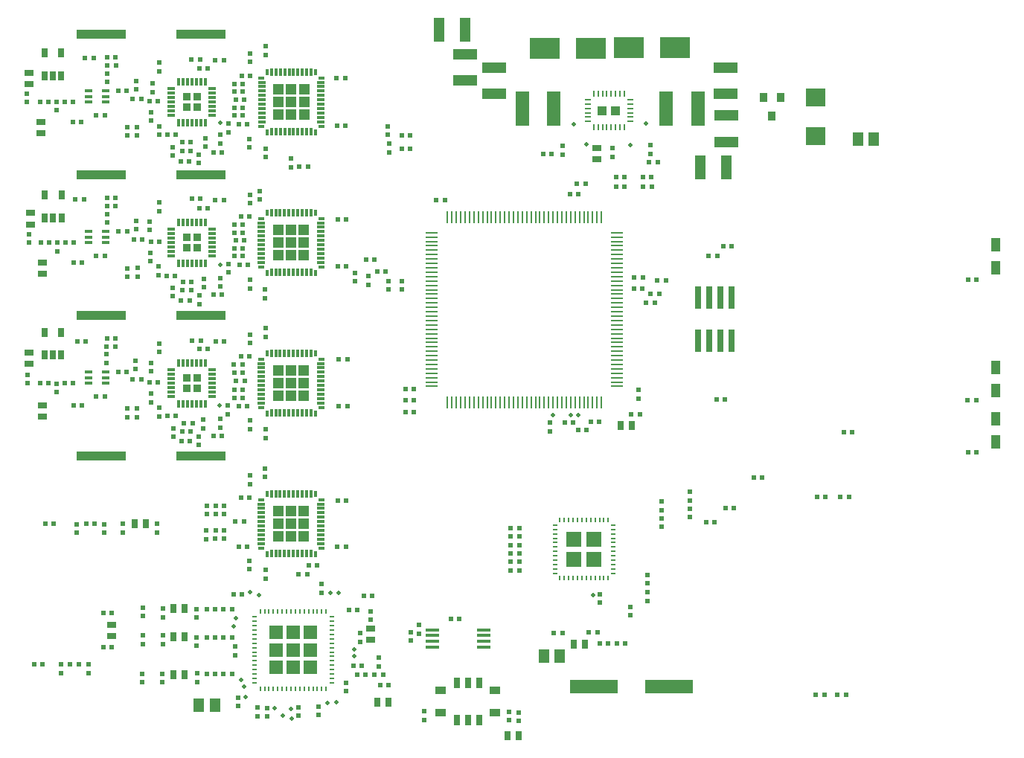
<source format=gbr>
G04 #@! TF.FileFunction,Paste,Top*
%FSLAX46Y46*%
G04 Gerber Fmt 4.6, Leading zero omitted, Abs format (unit mm)*
G04 Created by KiCad (PCBNEW 4.0.5) date Wed Apr  5 01:36:33 2017*
%MOMM*%
%LPD*%
G01*
G04 APERTURE LIST*
%ADD10C,0.100000*%
%ADD11R,5.590000X1.020000*%
%ADD12R,0.558800X0.508000*%
%ADD13R,0.508000X0.558800*%
%ADD14R,1.300000X1.500000*%
%ADD15R,3.349752X2.450084*%
%ADD16R,1.000000X0.750000*%
%ADD17R,2.700000X1.300000*%
%ADD18R,1.300000X2.700000*%
%ADD19R,0.750000X1.000000*%
%ADD20R,1.500124X3.999992*%
%ADD21R,1.000000X1.500000*%
%ADD22R,0.762000X1.295400*%
%ADD23R,1.295400X0.939800*%
%ADD24R,0.863600X1.016000*%
%ADD25C,0.508000*%
%ADD26R,0.711200X2.540000*%
%ADD27R,1.449832X0.249936*%
%ADD28R,0.249936X1.449832*%
%ADD29R,1.499870X0.329946*%
%ADD30R,0.660000X1.000000*%
%ADD31R,5.500116X1.500124*%
%ADD32R,2.299716X2.100072*%
%ADD33R,0.889000X0.406400*%
%ADD34R,0.949706X0.299974*%
%ADD35R,0.299974X0.949706*%
%ADD36R,0.863600X0.863600*%
%ADD37R,0.599948X0.249936*%
%ADD38R,0.249936X0.599948*%
%ADD39R,1.524000X1.524000*%
%ADD40R,0.249936X0.700024*%
%ADD41R,0.700024X0.249936*%
%ADD42R,1.092200X1.092200*%
%ADD43R,1.651000X1.651000*%
%ADD44R,0.748030X0.299974*%
%ADD45R,0.849630X0.299974*%
%ADD46R,0.299974X0.748030*%
%ADD47R,0.299974X0.849630*%
%ADD48R,1.168400X1.168400*%
G04 APERTURE END LIST*
D10*
D11*
X14859000Y89281000D03*
X26162000Y89281000D03*
X14859000Y73279000D03*
X26162000Y73279000D03*
D12*
X27813000Y86258400D03*
X28778200Y86258400D03*
X15519400Y86614000D03*
X16484600Y86614000D03*
X7899400Y81534000D03*
X8864600Y81534000D03*
X15544800Y85674200D03*
X16510000Y85674200D03*
X16789400Y82804000D03*
X17754600Y82804000D03*
X20345400Y81661000D03*
X21310600Y81661000D03*
X26009600Y85344000D03*
X26974800Y85344000D03*
X29997400Y83591400D03*
X30962600Y83591400D03*
X29997400Y82702400D03*
X30962600Y82702400D03*
X29997400Y80899000D03*
X30962600Y80899000D03*
X29997400Y80010000D03*
X30962600Y80010000D03*
D13*
X25933400Y75539600D03*
X25933400Y74574400D03*
D12*
X24866600Y74803000D03*
X23901400Y74803000D03*
D13*
X22987000Y76377800D03*
X22987000Y75412600D03*
X18923000Y78695800D03*
X18923000Y77730600D03*
D12*
X23317200Y77825600D03*
X22352000Y77825600D03*
D13*
X21437600Y78790800D03*
X21437600Y77825600D03*
X29311600Y79070200D03*
X29311600Y78105000D03*
X21437600Y85039200D03*
X21437600Y86004400D03*
X20701000Y83642200D03*
X20701000Y82677000D03*
D12*
X25120600Y86334600D03*
X26085800Y86334600D03*
D13*
X26695400Y77393800D03*
X26695400Y76428600D03*
X20548600Y80365600D03*
X20548600Y79400400D03*
D12*
X10693400Y81534000D03*
X11658600Y81534000D03*
X31083000Y81788000D03*
X30117800Y81788000D03*
X31775400Y84505800D03*
X30810200Y84505800D03*
X31470600Y78994000D03*
X30505400Y78994000D03*
D13*
X33578800Y76250800D03*
X33578800Y75285600D03*
X31724600Y77343000D03*
X31724600Y76377800D03*
D12*
X41681400Y78867000D03*
X42646600Y78867000D03*
D13*
X31800800Y86080600D03*
X31800800Y87045800D03*
X33528000Y86893400D03*
X33528000Y87858600D03*
D12*
X41630600Y84251800D03*
X42595800Y84251800D03*
D13*
X28371800Y76835000D03*
X28371800Y77800200D03*
D12*
X31724600Y36474400D03*
X30759400Y36474400D03*
X31445200Y30937200D03*
X30480000Y30937200D03*
X31064200Y33756600D03*
X30099000Y33756600D03*
X44462190Y17373600D03*
X43496990Y17373600D03*
X44907200Y16357600D03*
X43942000Y16357600D03*
X47523400Y15189200D03*
X46558200Y15189200D03*
X29718000Y23825200D03*
X28752800Y23825200D03*
X29718000Y20574000D03*
X28752800Y20574000D03*
X29718000Y16433800D03*
X28752800Y16433800D03*
D14*
X27747800Y12852400D03*
X25947800Y12852400D03*
D13*
X30429200Y13766800D03*
X30429200Y12801600D03*
D12*
X43002200Y23698200D03*
X43967400Y23698200D03*
D13*
X30048200Y18567400D03*
X30048200Y19532600D03*
X33756600Y12573000D03*
X33756600Y11607800D03*
X32639000Y12598400D03*
X32639000Y11633200D03*
X37261800Y12630400D03*
X37261800Y11665200D03*
X39522400Y12750800D03*
X39522400Y11785600D03*
D12*
X30861000Y25476200D03*
X29895800Y25476200D03*
D13*
X39878000Y25704800D03*
X39878000Y26670000D03*
X42722800Y15417800D03*
X42722800Y14452600D03*
D12*
X27800300Y70332600D03*
X28765500Y70332600D03*
X15494000Y70637400D03*
X16459200Y70637400D03*
X7975600Y65532000D03*
X8940800Y65532000D03*
X15519400Y69672200D03*
X16484600Y69672200D03*
X16814800Y66776600D03*
X17780000Y66776600D03*
X20472400Y65608200D03*
X21437600Y65608200D03*
X26009600Y69418200D03*
X26974800Y69418200D03*
X29997400Y67564000D03*
X30962600Y67564000D03*
X29997400Y66675000D03*
X30962600Y66675000D03*
X29997400Y64897000D03*
X30962600Y64897000D03*
X29997400Y64008000D03*
X30962600Y64008000D03*
D13*
X25984200Y59512200D03*
X25984200Y58547000D03*
D12*
X24892000Y58928000D03*
X23926800Y58928000D03*
D13*
X22987000Y60375800D03*
X22987000Y59410600D03*
X18948400Y62636400D03*
X18948400Y61671200D03*
D12*
X23215600Y61722000D03*
X22250400Y61722000D03*
D13*
X21463000Y69113400D03*
X21463000Y70078600D03*
X29311600Y63093600D03*
X29311600Y62128400D03*
X20447000Y64363600D03*
X20447000Y63398400D03*
D12*
X25171400Y70510400D03*
X26136600Y70510400D03*
D13*
X26492200Y61417200D03*
X26492200Y60452000D03*
X20320000Y67919600D03*
X20320000Y66954400D03*
X21336000Y62814200D03*
X21336000Y61849000D03*
D12*
X10769600Y65532000D03*
X11734800Y65532000D03*
X31089600Y65786000D03*
X30124400Y65786000D03*
X31724600Y68503800D03*
X30759400Y68503800D03*
X31528000Y62960000D03*
X30562800Y62960000D03*
D13*
X33477200Y60198000D03*
X33477200Y59232800D03*
X31743400Y61296800D03*
X31743400Y60331600D03*
X31731200Y70021200D03*
X31731200Y70986400D03*
D12*
X41757600Y68173600D03*
X42722800Y68173600D03*
X41757600Y62839600D03*
X42722800Y62839600D03*
D13*
X32867600Y70434200D03*
X32867600Y71399400D03*
X28397200Y60528200D03*
X28397200Y61493400D03*
D12*
X27863800Y54279800D03*
X28829000Y54279800D03*
X15519400Y54635400D03*
X16484600Y54635400D03*
X7899400Y49504600D03*
X8864600Y49504600D03*
X15468600Y53721000D03*
X16433800Y53721000D03*
X16789400Y50850800D03*
X17754600Y50850800D03*
X20320000Y49606200D03*
X21285200Y49606200D03*
X26009600Y53416200D03*
X26974800Y53416200D03*
X29946600Y51638200D03*
X30911800Y51638200D03*
X29997400Y50698400D03*
X30962600Y50698400D03*
X29972000Y48818800D03*
X30937200Y48818800D03*
X29972000Y47853600D03*
X30937200Y47853600D03*
D13*
X25933400Y43459400D03*
X25933400Y42494200D03*
D12*
X24917400Y42900600D03*
X23952200Y42900600D03*
D13*
X23037800Y44373800D03*
X23037800Y43408600D03*
X18897600Y46634400D03*
X18897600Y45669200D03*
D12*
X23342600Y45796200D03*
X22377400Y45796200D03*
D13*
X21463000Y53060600D03*
X21463000Y54025800D03*
X20472400Y51841400D03*
X20472400Y50876200D03*
X26466800Y45364400D03*
X26466800Y44399200D03*
X20497800Y48336200D03*
X20497800Y47371000D03*
D12*
X25196800Y54381400D03*
X26162000Y54381400D03*
D13*
X29260800Y46964600D03*
X29260800Y45999400D03*
X21437600Y46736000D03*
X21437600Y45770800D03*
D12*
X10693400Y49504600D03*
X11658600Y49504600D03*
X31165800Y49758600D03*
X30200600Y49758600D03*
X31699200Y52552600D03*
X30734000Y52552600D03*
X31445200Y46939200D03*
X30480000Y46939200D03*
D13*
X31750000Y54089810D03*
X31750000Y55055010D03*
X31750000Y45288200D03*
X31750000Y44323000D03*
X33578800Y44272200D03*
X33578800Y43307000D03*
X33528000Y54813200D03*
X33528000Y55778400D03*
D12*
X41884600Y46888400D03*
X42849800Y46888400D03*
X41859200Y52247800D03*
X42824400Y52247800D03*
D13*
X28371800Y44500800D03*
X28371800Y45466000D03*
D12*
X27838400Y35610800D03*
X28803600Y35610800D03*
X27838400Y34645600D03*
X28803600Y34645600D03*
X27838400Y32766000D03*
X28803600Y32766000D03*
X27806400Y31826200D03*
X28771600Y31826200D03*
X72517000Y19913600D03*
X71551800Y19913600D03*
X73488800Y19939000D03*
X74454000Y19939000D03*
D15*
X70519544Y87680800D03*
X65319656Y87680800D03*
D16*
X71196200Y76316586D03*
X71196200Y75016586D03*
D17*
X59563000Y82471000D03*
X59563000Y85471000D03*
D15*
X74895456Y87706200D03*
X80095344Y87706200D03*
D17*
X85852000Y82472400D03*
X85852000Y85472400D03*
D13*
X31775400Y38042600D03*
X31775400Y39007800D03*
X33502600Y38836600D03*
X33502600Y39801800D03*
X31699200Y29305000D03*
X31699200Y28339800D03*
X33528000Y28263600D03*
X33528000Y27298400D03*
D12*
X41757600Y36195000D03*
X42722800Y36195000D03*
X41700200Y30886400D03*
X42665400Y30886400D03*
X68961000Y72237600D03*
X69926200Y72237600D03*
D13*
X36449000Y74117200D03*
X36449000Y75082400D03*
X47498000Y60172600D03*
X47498000Y61137800D03*
X19532600Y16440400D03*
X19532600Y15475200D03*
X19558000Y20796000D03*
X19558000Y19830800D03*
X19583400Y24003000D03*
X19583400Y23037800D03*
D18*
X85980400Y74117200D03*
X82980400Y74117200D03*
D13*
X44272200Y20098000D03*
X44272200Y21063200D03*
D16*
X45516800Y20305000D03*
X45516800Y21605000D03*
D14*
X67016200Y18491200D03*
X65216200Y18491200D03*
D13*
X71577200Y25527000D03*
X71577200Y24561800D03*
D12*
X37287200Y27762200D03*
X38252400Y27762200D03*
D13*
X61239400Y12122400D03*
X61239400Y11157200D03*
X25679400Y23799800D03*
X25679400Y22834600D03*
X21869400Y23876000D03*
X21869400Y22910800D03*
X25711400Y20618200D03*
X25711400Y19653000D03*
X21876000Y20796000D03*
X21876000Y19830800D03*
X25755600Y16484600D03*
X25755600Y15519400D03*
X21818600Y16433800D03*
X21818600Y15468600D03*
D18*
X56262400Y89763600D03*
X53262400Y89763600D03*
D13*
X17297400Y33502600D03*
X17297400Y32537400D03*
X21183600Y33502600D03*
X21183600Y32537400D03*
D12*
X16027400Y19456400D03*
X15062200Y19456400D03*
X16027400Y23393400D03*
X15062200Y23393400D03*
X11607800Y79248000D03*
X12573000Y79248000D03*
X13004800Y86512400D03*
X13970000Y86512400D03*
X11709400Y63246000D03*
X12674600Y63246000D03*
X11887200Y70485000D03*
X12852400Y70485000D03*
X11709400Y46990000D03*
X12674600Y46990000D03*
X12109200Y54305200D03*
X13074400Y54305200D03*
X89071200Y38760400D03*
X90036400Y38760400D03*
X99339400Y43942000D03*
X100304600Y43942000D03*
X97110800Y14097000D03*
X96145600Y14097000D03*
X99561400Y14097000D03*
X98596200Y14097000D03*
X99904800Y36576000D03*
X98939600Y36576000D03*
X97237800Y36576000D03*
X96272600Y36576000D03*
D13*
X51028600Y21031200D03*
X51028600Y21996400D03*
X51587400Y12185400D03*
X51587400Y11220200D03*
D19*
X68565000Y19837400D03*
X69865000Y19837400D03*
D12*
X45694600Y25298400D03*
X44729400Y25298400D03*
X39420800Y28778200D03*
X38455600Y28778200D03*
D13*
X62331600Y11106400D03*
X62331600Y12071600D03*
D16*
X8001000Y77948000D03*
X8001000Y79248000D03*
X8128000Y61961000D03*
X8128000Y63261000D03*
X8128000Y45705000D03*
X8128000Y47005000D03*
D12*
X55575200Y22733000D03*
X54610000Y22733000D03*
D13*
X9779000Y81584800D03*
X9779000Y80619600D03*
X15494000Y84759800D03*
X15494000Y83794600D03*
X9855200Y65532000D03*
X9855200Y64566800D03*
X15544800Y68757800D03*
X15544800Y67792600D03*
X9779000Y49479200D03*
X9779000Y48514000D03*
X15468600Y52806600D03*
X15468600Y51841400D03*
D20*
X66341498Y80772000D03*
X62741302Y80772000D03*
X82724498Y80746600D03*
X79124302Y80746600D03*
D13*
X6350000Y82499200D03*
X6350000Y81534000D03*
X6604000Y66497200D03*
X6604000Y65532000D03*
X6477000Y50495200D03*
X6477000Y49530000D03*
D19*
X24322800Y23850600D03*
X23022800Y23850600D03*
X24348200Y20675600D03*
X23048200Y20675600D03*
X24348200Y16383000D03*
X23048200Y16383000D03*
X18603200Y33528000D03*
X19903200Y33528000D03*
D16*
X16027400Y20762200D03*
X16027400Y22062200D03*
D19*
X75199000Y44678600D03*
X73899000Y44678600D03*
D21*
X116586000Y48708000D03*
X116586000Y51308000D03*
X116586000Y42866000D03*
X116586000Y45466000D03*
X116586000Y62682600D03*
X116586000Y65282600D03*
D22*
X57835800Y15392400D03*
X56565800Y15392400D03*
X55295800Y15392400D03*
X55295800Y11226800D03*
X56565800Y11226800D03*
X57835800Y11226800D03*
D23*
X53467000Y14579600D03*
X53467000Y12039600D03*
X59664600Y12039600D03*
X59664600Y14579600D03*
D24*
X92151200Y82016600D03*
X90170000Y82016600D03*
X91160600Y79933800D03*
D13*
X18796000Y82956400D03*
X18796000Y83921600D03*
D12*
X14274800Y80035400D03*
X15240000Y80035400D03*
X19380200Y81915000D03*
X18415000Y81915000D03*
X24053800Y76936600D03*
X25019000Y76936600D03*
X25019000Y75946000D03*
X24053800Y75946000D03*
D13*
X17830800Y78670400D03*
X17830800Y77705200D03*
D12*
X28575000Y75819000D03*
X27609800Y75819000D03*
X46888400Y16383000D03*
X45923200Y16383000D03*
D13*
X46373800Y17316200D03*
X46373800Y18281400D03*
D12*
X27813000Y23825200D03*
X26847800Y23825200D03*
X27787600Y20574000D03*
X26822400Y20574000D03*
X27800810Y16433800D03*
X26835610Y16433800D03*
D13*
X18796000Y67030600D03*
X18796000Y67995800D03*
D12*
X14274800Y64008000D03*
X15240000Y64008000D03*
X19507200Y65887600D03*
X18542000Y65887600D03*
X24155400Y61061600D03*
X25120600Y61061600D03*
X25069800Y60121800D03*
X24104600Y60121800D03*
D13*
X17805400Y62611000D03*
X17805400Y61645800D03*
D12*
X28575000Y59613800D03*
X27609800Y59613800D03*
D13*
X18719800Y51155600D03*
X18719800Y52120800D03*
D12*
X14274800Y48031400D03*
X15240000Y48031400D03*
X19380200Y49936400D03*
X18415000Y49936400D03*
X24257000Y45008800D03*
X25222200Y45008800D03*
X25019000Y44043600D03*
X24053800Y44043600D03*
D13*
X17830800Y46634400D03*
X17830800Y45669200D03*
D12*
X28575000Y43561000D03*
X27609800Y43561000D03*
D13*
X26847800Y35610800D03*
X26847800Y34645600D03*
X10236200Y17500600D03*
X10236200Y16535400D03*
X13360400Y17507200D03*
X13360400Y16542000D03*
D12*
X11309600Y17526000D03*
X12274800Y17526000D03*
D13*
X26771600Y32766000D03*
X26771600Y31800800D03*
D12*
X70535800Y45135800D03*
X71501000Y45135800D03*
X84836000Y47701200D03*
X85801200Y47701200D03*
D13*
X65864990Y45014390D03*
X65864990Y44049190D03*
D12*
X70072000Y44170600D03*
X69106800Y44170600D03*
D13*
X75990200Y48736000D03*
X75990200Y47770800D03*
D12*
X50419000Y48869600D03*
X49453800Y48869600D03*
X50419000Y46253400D03*
X49453800Y46253400D03*
X76123800Y45999400D03*
X75158600Y45999400D03*
X52959000Y70383400D03*
X53924200Y70383400D03*
X50419000Y47574200D03*
X49453800Y47574200D03*
X67564000Y45085000D03*
X68529200Y45085000D03*
X113436400Y41656000D03*
X114401600Y41656000D03*
X113417600Y47625000D03*
X114382800Y47625000D03*
X85833200Y35356800D03*
X86798400Y35356800D03*
X83667600Y33731200D03*
X84632800Y33731200D03*
D13*
X77292200Y76606400D03*
X77292200Y75641200D03*
D12*
X77165200Y74676000D03*
X78130400Y74676000D03*
X66065400Y75641200D03*
X65100200Y75641200D03*
D13*
X67310000Y75565000D03*
X67310000Y76530200D03*
X73025000Y76276200D03*
X73025000Y75311000D03*
D12*
X113455200Y61341000D03*
X114420400Y61341000D03*
X68148200Y71043800D03*
X69113400Y71043800D03*
X38354000Y74168000D03*
X37388800Y74168000D03*
D13*
X49003200Y61131200D03*
X49003200Y60166000D03*
D12*
X77425800Y72999600D03*
X76460600Y72999600D03*
X77470000Y71932800D03*
X76504800Y71932800D03*
D13*
X47574200Y76784200D03*
X47574200Y75819000D03*
X47440600Y78746600D03*
X47440600Y77781400D03*
X45262800Y60750200D03*
X45262800Y61715400D03*
X43688000Y61131200D03*
X43688000Y62096400D03*
D12*
X85579200Y65151000D03*
X86544400Y65151000D03*
X84905600Y63982600D03*
X83940400Y63982600D03*
D17*
X85979000Y77010000D03*
X85979000Y80010000D03*
D13*
X45516800Y22599400D03*
X45516800Y23564600D03*
X75006200Y24079200D03*
X75006200Y23114000D03*
D12*
X66338200Y21107400D03*
X67303400Y21107400D03*
X71272400Y21183600D03*
X70307200Y21183600D03*
X61410600Y28244800D03*
X62375800Y28244800D03*
X61436000Y30175200D03*
X62401200Y30175200D03*
X61436000Y31115000D03*
X62401200Y31115000D03*
X61410600Y32080200D03*
X62375800Y32080200D03*
X61410600Y33070800D03*
X62375800Y33070800D03*
X61429390Y29210000D03*
X62394590Y29210000D03*
D13*
X81806800Y34283400D03*
X81806800Y35248600D03*
X78587600Y34144200D03*
X78587600Y33179000D03*
X81788000Y36201600D03*
X81788000Y37166800D03*
X78587600Y36061400D03*
X78587600Y35096200D03*
X77012800Y27711400D03*
X77012800Y26746200D03*
X77012800Y25730200D03*
X77012800Y24765000D03*
D16*
X6604000Y83576400D03*
X6604000Y84876400D03*
X6807200Y67599800D03*
X6807200Y68899800D03*
X6604000Y51735210D03*
X6604000Y53035210D03*
D13*
X12039600Y33483800D03*
X12039600Y32518600D03*
X15214600Y33477200D03*
X15214600Y32512000D03*
D12*
X13131800Y33502600D03*
X14097000Y33502600D03*
D19*
X61031610Y9423400D03*
X62331610Y9423400D03*
X47538400Y13233400D03*
X46238400Y13233400D03*
D12*
X8458200Y33528000D03*
X9423400Y33528000D03*
X7188200Y17526000D03*
X8153400Y17526000D03*
X74371200Y71932800D03*
X73406000Y71932800D03*
X74364600Y72999600D03*
X73399400Y72999600D03*
X49022000Y77774800D03*
X49987200Y77774800D03*
X49022000Y76250800D03*
X49987200Y76250800D03*
X45948600Y63576200D03*
X44983400Y63576200D03*
X47174400Y62280800D03*
X46209200Y62280800D03*
D17*
X56261000Y83995000D03*
X56261000Y86995000D03*
D13*
X50088800Y20243800D03*
X50088800Y21209000D03*
D14*
X102743080Y77343000D03*
X100943080Y77343000D03*
D12*
X76447400Y61544200D03*
X75482200Y61544200D03*
X79076800Y61214000D03*
X78111600Y61214000D03*
X76396600Y60325000D03*
X75431400Y60325000D03*
X78301600Y59664600D03*
X77336400Y59664600D03*
X77800200Y58706000D03*
X76835000Y58706000D03*
D11*
X14859000Y57277000D03*
X26162000Y57277000D03*
X14859000Y41275000D03*
X26162000Y41275000D03*
D25*
X41859200Y25704800D03*
X40894000Y25704800D03*
X31292800Y13792200D03*
X31089600Y15036800D03*
X34594800Y12522200D03*
X35534600Y11734800D03*
X36423600Y12446000D03*
X36474400Y11379200D03*
X43637200Y18491200D03*
X43637200Y19253200D03*
X40589200Y13157200D03*
X41554400Y13208000D03*
X28397200Y79171800D03*
X28346400Y62966600D03*
X28295600Y47015400D03*
X32791400Y25374600D03*
X31775400Y25755600D03*
X69088000Y45872400D03*
X68249800Y45872400D03*
X66243200Y45897800D03*
X70815200Y25450800D03*
X76809600Y79121000D03*
X75057000Y76657200D03*
X68605400Y78968600D03*
X70078600Y76758800D03*
X30149800Y22783800D03*
X29870400Y21818600D03*
X30759400Y15798800D03*
D26*
X82727800Y54356000D03*
X83997800Y54356000D03*
X85267800Y54356000D03*
X86537800Y54356000D03*
X86537800Y59283600D03*
X85267800Y59283600D03*
X83997800Y59283600D03*
X82727800Y59283600D03*
D27*
X52441856Y66664078D03*
X52441856Y66163952D03*
X52441856Y65663826D03*
X52441856Y65163700D03*
X52441856Y64663574D03*
X52441856Y64163448D03*
X52441856Y63663322D03*
X52441856Y63163196D03*
X52441856Y62663070D03*
X52441856Y62162944D03*
X52441856Y61662818D03*
X52441856Y61162692D03*
X52441856Y60662566D03*
X52441856Y60162440D03*
X52441856Y59662314D03*
X52441856Y59162188D03*
X52441856Y58662062D03*
X52441856Y58161936D03*
X52441856Y57661810D03*
X52441856Y57161684D03*
X52441856Y56661558D03*
X52441856Y56161432D03*
X52441856Y55661306D03*
X52441856Y55161180D03*
X52441856Y54661054D03*
X52441856Y54160928D03*
X52441856Y53660802D03*
X52441856Y53160676D03*
X52441856Y52660550D03*
X52441856Y52160424D03*
X52441856Y51660298D03*
X52441856Y51160172D03*
X52441856Y50660046D03*
X52441856Y50159920D03*
X52441856Y49659794D03*
X52441856Y49159668D03*
X73541890Y49159922D03*
X73541890Y49660048D03*
X73541890Y50160174D03*
X73541890Y50660300D03*
X73541890Y51160426D03*
X73541890Y51660552D03*
X73541890Y52160678D03*
X73541890Y52660804D03*
X73541890Y53160930D03*
X73541890Y53661056D03*
X73541890Y54161182D03*
X73541890Y54661308D03*
X73541890Y55161434D03*
X73541890Y55661560D03*
X73541890Y56161686D03*
X73541890Y56661812D03*
X73541890Y57161938D03*
X73541890Y57662064D03*
X73541890Y58162190D03*
X73541890Y58662316D03*
X73541890Y59162442D03*
X73541890Y59662568D03*
X73541890Y60162694D03*
X73541890Y60662820D03*
X73541890Y61162946D03*
X73541890Y61663072D03*
X73541890Y62163198D03*
X73541890Y62663324D03*
X73541890Y63163450D03*
X73541890Y63663576D03*
X73541890Y64163702D03*
X73541890Y64663828D03*
X73541890Y65163954D03*
X73541890Y65664080D03*
X73541890Y66164206D03*
X73541890Y66664332D03*
D28*
X54239922Y47362110D03*
X54740048Y47362110D03*
X55240174Y47362110D03*
X55740300Y47362110D03*
X56240426Y47362110D03*
X56740552Y47362110D03*
X57240678Y47362110D03*
X57740804Y47362110D03*
X58240930Y47362110D03*
X58741056Y47362110D03*
X59241182Y47362110D03*
X59741308Y47362110D03*
X60241434Y47362110D03*
X60741560Y47362110D03*
X61241686Y47362110D03*
X61741812Y47362110D03*
X62241938Y47362110D03*
X62742064Y47362110D03*
X63242190Y47362110D03*
X63742316Y47362110D03*
X64242442Y47362110D03*
X64742568Y47362110D03*
X65242694Y47362110D03*
X65742820Y47362110D03*
X66242946Y47362110D03*
X66743072Y47362110D03*
X67243198Y47362110D03*
X67743324Y47362110D03*
X68243450Y47362110D03*
X68743576Y47362110D03*
X69243702Y47362110D03*
X69743828Y47362110D03*
X70243954Y47362110D03*
X70744080Y47362110D03*
X71244206Y47362110D03*
X71744332Y47362110D03*
X71744078Y68462144D03*
X71243952Y68462144D03*
X70743826Y68462144D03*
X70243700Y68462144D03*
X69743574Y68462144D03*
X69243448Y68462144D03*
X68743322Y68462144D03*
X68243196Y68462144D03*
X67743070Y68462144D03*
X67242944Y68462144D03*
X66742818Y68462144D03*
X66242692Y68462144D03*
X65742566Y68462144D03*
X65242440Y68462144D03*
X64742314Y68462144D03*
X64242188Y68462144D03*
X63742062Y68462144D03*
X63241936Y68462144D03*
X62741810Y68462144D03*
X62241684Y68462144D03*
X61741558Y68462144D03*
X61241432Y68462144D03*
X60741306Y68462144D03*
X60241180Y68462144D03*
X59741054Y68462144D03*
X59240928Y68462144D03*
X58740802Y68462144D03*
X58240676Y68462144D03*
X57740550Y68462144D03*
X57240424Y68462144D03*
X56740298Y68462144D03*
X56240172Y68462144D03*
X55740046Y68462144D03*
X55239920Y68462144D03*
X54739794Y68462144D03*
X54239668Y68462144D03*
D29*
X58372756Y19497548D03*
X58372756Y20147534D03*
X58372756Y20797266D03*
X58372756Y21447252D03*
X52472844Y21447252D03*
X52472844Y20797266D03*
X52472844Y20147534D03*
X52472844Y19497548D03*
D30*
X8382000Y84522000D03*
X9332000Y84522000D03*
X10282000Y84522000D03*
X10282000Y87122000D03*
X8382000Y87122000D03*
X8422600Y68376800D03*
X9372600Y68376800D03*
X10322600Y68376800D03*
X10322600Y70976800D03*
X8422600Y70976800D03*
X8397200Y52730400D03*
X9347200Y52730400D03*
X10297200Y52730400D03*
X10297200Y55330400D03*
X8397200Y55330400D03*
D31*
X79416908Y14960600D03*
X70916798Y14960600D03*
D32*
X96139000Y77641958D03*
X96139000Y82042000D03*
D33*
X13398500Y82829400D03*
X13398500Y82169000D03*
X13398500Y81508600D03*
X15303500Y81508600D03*
X15303500Y82169000D03*
X15303500Y82829400D03*
X13398500Y66827400D03*
X13398500Y66167000D03*
X13398500Y65506600D03*
X15303500Y65506600D03*
X15303500Y66167000D03*
X15303500Y66827400D03*
X13398500Y50825400D03*
X13398500Y50165000D03*
X13398500Y49504600D03*
X15303500Y49504600D03*
X15303500Y50165000D03*
X15303500Y50825400D03*
D34*
X22807676Y83031076D03*
X22807676Y82530950D03*
X22807676Y82030824D03*
X22807676Y81530698D03*
X22807676Y81030572D03*
X22807676Y80530446D03*
X22807676Y80030320D03*
X27487626Y80030320D03*
X27487626Y80530446D03*
X27487626Y81030572D03*
X27487626Y81530698D03*
X27487626Y82030824D03*
X27487626Y82530950D03*
X27487626Y83031076D03*
D35*
X23647400Y79190850D03*
X24147526Y79190850D03*
X24647652Y79190850D03*
X25147778Y79190850D03*
X25647904Y79190850D03*
X26148030Y79190850D03*
X26648156Y79190850D03*
X26648156Y83870800D03*
X26148030Y83870800D03*
X25647904Y83870800D03*
X25147778Y83870800D03*
X24647652Y83870800D03*
X24147526Y83870800D03*
X23647400Y83870800D03*
D36*
X24576278Y82102198D03*
X24576278Y80959198D03*
X25719278Y82102198D03*
X25719278Y80959198D03*
D34*
X22807676Y67029076D03*
X22807676Y66528950D03*
X22807676Y66028824D03*
X22807676Y65528698D03*
X22807676Y65028572D03*
X22807676Y64528446D03*
X22807676Y64028320D03*
X27487626Y64028320D03*
X27487626Y64528446D03*
X27487626Y65028572D03*
X27487626Y65528698D03*
X27487626Y66028824D03*
X27487626Y66528950D03*
X27487626Y67029076D03*
D35*
X23647400Y63188850D03*
X24147526Y63188850D03*
X24647652Y63188850D03*
X25147778Y63188850D03*
X25647904Y63188850D03*
X26148030Y63188850D03*
X26648156Y63188850D03*
X26648156Y67868800D03*
X26148030Y67868800D03*
X25647904Y67868800D03*
X25147778Y67868800D03*
X24647652Y67868800D03*
X24147526Y67868800D03*
X23647400Y67868800D03*
D36*
X24576278Y66100198D03*
X24576278Y64957198D03*
X25719278Y66100198D03*
X25719278Y64957198D03*
D34*
X22807676Y51027076D03*
X22807676Y50526950D03*
X22807676Y50026824D03*
X22807676Y49526698D03*
X22807676Y49026572D03*
X22807676Y48526446D03*
X22807676Y48026320D03*
X27487626Y48026320D03*
X27487626Y48526446D03*
X27487626Y49026572D03*
X27487626Y49526698D03*
X27487626Y50026824D03*
X27487626Y50526950D03*
X27487626Y51027076D03*
D35*
X23647400Y47186850D03*
X24147526Y47186850D03*
X24647652Y47186850D03*
X25147778Y47186850D03*
X25647904Y47186850D03*
X26148030Y47186850D03*
X26648156Y47186850D03*
X26648156Y51866800D03*
X26148030Y51866800D03*
X25647904Y51866800D03*
X25147778Y51866800D03*
X24647652Y51866800D03*
X24147526Y51866800D03*
X23647400Y51866800D03*
D36*
X24576278Y50098198D03*
X24576278Y48955198D03*
X25719278Y50098198D03*
X25719278Y48955198D03*
D37*
X32277558Y22927818D03*
X32277558Y22427692D03*
X32277558Y21927566D03*
X32277558Y21427440D03*
X32277558Y20927314D03*
X32277558Y20427188D03*
X32277558Y19927062D03*
X32277558Y19426936D03*
X32277558Y18926810D03*
X32277558Y18426684D03*
X32277558Y17926558D03*
X32277558Y17426432D03*
X32277558Y16926306D03*
X32277558Y16426180D03*
X32277558Y15926054D03*
X32277558Y15425928D03*
X41077388Y15426182D03*
X41077388Y15926308D03*
X41077388Y16426434D03*
X41077388Y16926560D03*
X41077388Y17426686D03*
X41077388Y17926812D03*
X41077388Y18426938D03*
X41077388Y18927064D03*
X41077388Y19427190D03*
X41077388Y19927316D03*
X41077388Y20427442D03*
X41077388Y20927568D03*
X41077388Y21427694D03*
X41077388Y21927820D03*
X41077388Y22427946D03*
X41077388Y22928072D03*
D38*
X32926782Y14777212D03*
X33426908Y14777212D03*
X33927034Y14777212D03*
X34427160Y14777212D03*
X34927286Y14777212D03*
X35427412Y14777212D03*
X35927538Y14777212D03*
X36427664Y14777212D03*
X36927790Y14777212D03*
X37427916Y14777212D03*
X37928042Y14777212D03*
X38428168Y14777212D03*
X38928294Y14777212D03*
X39428420Y14777212D03*
X39928546Y14777212D03*
X40428672Y14777212D03*
X40428418Y23577042D03*
X39928292Y23577042D03*
X39428166Y23577042D03*
X38928040Y23577042D03*
X38427914Y23577042D03*
X37927788Y23577042D03*
X37427662Y23577042D03*
X36927536Y23577042D03*
X36427410Y23577042D03*
X35927284Y23577042D03*
X35427158Y23577042D03*
X34927032Y23577042D03*
X34426906Y23577042D03*
X33926780Y23577042D03*
X33426654Y23577042D03*
X32926528Y23577042D03*
D39*
X34696400Y21158200D03*
X36677600Y21158200D03*
X38658800Y21158200D03*
X34696400Y19177000D03*
X36677600Y19177000D03*
X38658800Y19177000D03*
X34696400Y17195800D03*
X36677600Y17195800D03*
X38658800Y17195800D03*
D40*
X70862444Y78663800D03*
X71362570Y78663800D03*
X71862696Y78663800D03*
X72362822Y78663800D03*
X72862948Y78663800D03*
X73363074Y78663800D03*
X73863200Y78663800D03*
X74363326Y78663800D03*
X74363072Y82463894D03*
X73862946Y82463894D03*
X73362820Y82463894D03*
X72862694Y82463894D03*
X72362568Y82463894D03*
X71862442Y82463894D03*
X71362316Y82463894D03*
X70862190Y82463894D03*
D41*
X75012804Y79313786D03*
X75012804Y79813912D03*
X75012804Y80314038D03*
X75012804Y80814164D03*
X75012804Y81314290D03*
X75012804Y81814416D03*
X70212712Y81814162D03*
X70212712Y81314036D03*
X70212712Y80813910D03*
X70212712Y80313784D03*
X70212712Y79813658D03*
X70212712Y79313532D03*
D42*
X73374758Y80563974D03*
X71850758Y80563974D03*
D37*
X73073768Y27881834D03*
X73073768Y28381960D03*
X73073768Y28882086D03*
X73073768Y29382212D03*
X73073768Y29882338D03*
X73073768Y30382464D03*
X73073768Y30882590D03*
X73073768Y31382716D03*
X73073768Y31882842D03*
X73073768Y32382968D03*
X73073768Y32883094D03*
X73073768Y33383220D03*
D38*
X72524366Y33932368D03*
X72024240Y33932368D03*
X71524114Y33932368D03*
X71023988Y33932368D03*
X70523862Y33932368D03*
X70023736Y33932368D03*
X69523610Y33932368D03*
X69023484Y33932368D03*
X68523358Y33932368D03*
X68023232Y33932368D03*
X67523106Y33932368D03*
X67022980Y33932368D03*
D37*
X66473832Y33382966D03*
X66473832Y32882840D03*
X66473832Y32382714D03*
X66473832Y31882588D03*
X66473832Y31382462D03*
X66473832Y30882336D03*
X66473832Y30382210D03*
X66473832Y29882084D03*
X66473832Y29381958D03*
X66473832Y28881832D03*
X66473832Y28381706D03*
X66473832Y27881580D03*
D38*
X67023234Y27332432D03*
X67523360Y27332432D03*
X68023486Y27332432D03*
X68523612Y27332432D03*
X69023738Y27332432D03*
X69523864Y27332432D03*
X70023990Y27332432D03*
X70524116Y27332432D03*
X71024242Y27332432D03*
X71524368Y27332432D03*
X72024494Y27332432D03*
X72524620Y27332432D03*
D43*
X70916800Y29489400D03*
X68630800Y29489400D03*
X68630800Y31775400D03*
X70916800Y31775400D03*
D44*
X33041082Y84281264D03*
D45*
X33091882Y83781138D03*
X33091882Y83281012D03*
X33091882Y82780886D03*
X33091882Y82280760D03*
X33091882Y81780634D03*
X33091882Y81280508D03*
X33091882Y80780382D03*
X33091882Y80280256D03*
X33091882Y79780130D03*
X33091882Y79280004D03*
D44*
X33041082Y78779878D03*
D46*
X33716214Y78105000D03*
D47*
X34216340Y78155800D03*
X34716466Y78155800D03*
X35216592Y78155800D03*
X35716718Y78155800D03*
X36216844Y78155800D03*
X36716970Y78155800D03*
X37217096Y78155800D03*
X37717222Y78155800D03*
X38217348Y78155800D03*
X38717474Y78155800D03*
D46*
X39217600Y78105000D03*
D44*
X39892478Y78780132D03*
D45*
X39841678Y79280258D03*
X39841678Y79780384D03*
X39841678Y80280510D03*
X39841678Y80780636D03*
X39841678Y81280762D03*
X39841678Y81780888D03*
X39841678Y82281014D03*
X39841678Y82781140D03*
X39841678Y83281266D03*
X39841678Y83781392D03*
D44*
X39892478Y84281518D03*
D46*
X39217346Y84956396D03*
D47*
X38717220Y84905596D03*
X38217094Y84905596D03*
X37716968Y84905596D03*
X37216842Y84905596D03*
X36716716Y84905596D03*
X36216590Y84905596D03*
X35716464Y84905596D03*
X35216338Y84905596D03*
X34716212Y84905596D03*
X34216086Y84905596D03*
D46*
X33715960Y84956396D03*
D48*
X35018980Y82978498D03*
X36466780Y82978498D03*
X37914580Y82978498D03*
X35018980Y81530698D03*
X36466780Y81530698D03*
X37914580Y81530698D03*
X35018980Y80082898D03*
X36466780Y80082898D03*
X37914580Y80082898D03*
D44*
X33015682Y68279264D03*
D45*
X33066482Y67779138D03*
X33066482Y67279012D03*
X33066482Y66778886D03*
X33066482Y66278760D03*
X33066482Y65778634D03*
X33066482Y65278508D03*
X33066482Y64778382D03*
X33066482Y64278256D03*
X33066482Y63778130D03*
X33066482Y63278004D03*
D44*
X33015682Y62777878D03*
D46*
X33690814Y62103000D03*
D47*
X34190940Y62153800D03*
X34691066Y62153800D03*
X35191192Y62153800D03*
X35691318Y62153800D03*
X36191444Y62153800D03*
X36691570Y62153800D03*
X37191696Y62153800D03*
X37691822Y62153800D03*
X38191948Y62153800D03*
X38692074Y62153800D03*
D46*
X39192200Y62103000D03*
D44*
X39867078Y62778132D03*
D45*
X39816278Y63278258D03*
X39816278Y63778384D03*
X39816278Y64278510D03*
X39816278Y64778636D03*
X39816278Y65278762D03*
X39816278Y65778888D03*
X39816278Y66279014D03*
X39816278Y66779140D03*
X39816278Y67279266D03*
X39816278Y67779392D03*
D44*
X39867078Y68279518D03*
D46*
X39191946Y68954396D03*
D47*
X38691820Y68903596D03*
X38191694Y68903596D03*
X37691568Y68903596D03*
X37191442Y68903596D03*
X36691316Y68903596D03*
X36191190Y68903596D03*
X35691064Y68903596D03*
X35190938Y68903596D03*
X34690812Y68903596D03*
X34190686Y68903596D03*
D46*
X33690560Y68954396D03*
D48*
X34993580Y66976498D03*
X36441380Y66976498D03*
X37889180Y66976498D03*
X34993580Y65528698D03*
X36441380Y65528698D03*
X37889180Y65528698D03*
X34993580Y64080898D03*
X36441380Y64080898D03*
X37889180Y64080898D03*
D44*
X33015682Y52277264D03*
D45*
X33066482Y51777138D03*
X33066482Y51277012D03*
X33066482Y50776886D03*
X33066482Y50276760D03*
X33066482Y49776634D03*
X33066482Y49276508D03*
X33066482Y48776382D03*
X33066482Y48276256D03*
X33066482Y47776130D03*
X33066482Y47276004D03*
D44*
X33015682Y46775878D03*
D46*
X33690814Y46101000D03*
D47*
X34190940Y46151800D03*
X34691066Y46151800D03*
X35191192Y46151800D03*
X35691318Y46151800D03*
X36191444Y46151800D03*
X36691570Y46151800D03*
X37191696Y46151800D03*
X37691822Y46151800D03*
X38191948Y46151800D03*
X38692074Y46151800D03*
D46*
X39192200Y46101000D03*
D44*
X39867078Y46776132D03*
D45*
X39816278Y47276258D03*
X39816278Y47776384D03*
X39816278Y48276510D03*
X39816278Y48776636D03*
X39816278Y49276762D03*
X39816278Y49776888D03*
X39816278Y50277014D03*
X39816278Y50777140D03*
X39816278Y51277266D03*
X39816278Y51777392D03*
D44*
X39867078Y52277518D03*
D46*
X39191946Y52952396D03*
D47*
X38691820Y52901596D03*
X38191694Y52901596D03*
X37691568Y52901596D03*
X37191442Y52901596D03*
X36691316Y52901596D03*
X36191190Y52901596D03*
X35691064Y52901596D03*
X35190938Y52901596D03*
X34690812Y52901596D03*
X34190686Y52901596D03*
D46*
X33690560Y52952396D03*
D48*
X34993580Y50974498D03*
X36441380Y50974498D03*
X37889180Y50974498D03*
X34993580Y49526698D03*
X36441380Y49526698D03*
X37889180Y49526698D03*
X34993580Y48078898D03*
X36441380Y48078898D03*
X37889180Y48078898D03*
D44*
X33015682Y36275264D03*
D45*
X33066482Y35775138D03*
X33066482Y35275012D03*
X33066482Y34774886D03*
X33066482Y34274760D03*
X33066482Y33774634D03*
X33066482Y33274508D03*
X33066482Y32774382D03*
X33066482Y32274256D03*
X33066482Y31774130D03*
X33066482Y31274004D03*
D44*
X33015682Y30773878D03*
D46*
X33690814Y30099000D03*
D47*
X34190940Y30149800D03*
X34691066Y30149800D03*
X35191192Y30149800D03*
X35691318Y30149800D03*
X36191444Y30149800D03*
X36691570Y30149800D03*
X37191696Y30149800D03*
X37691822Y30149800D03*
X38191948Y30149800D03*
X38692074Y30149800D03*
D46*
X39192200Y30099000D03*
D44*
X39867078Y30774132D03*
D45*
X39816278Y31274258D03*
X39816278Y31774384D03*
X39816278Y32274510D03*
X39816278Y32774636D03*
X39816278Y33274762D03*
X39816278Y33774888D03*
X39816278Y34275014D03*
X39816278Y34775140D03*
X39816278Y35275266D03*
X39816278Y35775392D03*
D44*
X39867078Y36275518D03*
D46*
X39191946Y36950396D03*
D47*
X38691820Y36899596D03*
X38191694Y36899596D03*
X37691568Y36899596D03*
X37191442Y36899596D03*
X36691316Y36899596D03*
X36191190Y36899596D03*
X35691064Y36899596D03*
X35190938Y36899596D03*
X34690812Y36899596D03*
X34190686Y36899596D03*
D46*
X33690560Y36950396D03*
D48*
X34993580Y34972498D03*
X36441380Y34972498D03*
X37889180Y34972498D03*
X34993580Y33524698D03*
X36441380Y33524698D03*
X37889180Y33524698D03*
X34993580Y32076898D03*
X36441380Y32076898D03*
X37889180Y32076898D03*
M02*

</source>
